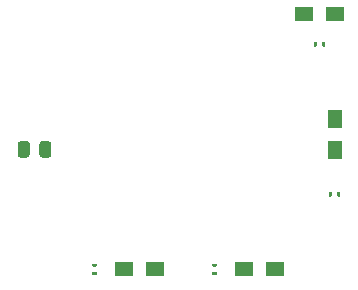
<source format=gbr>
%TF.GenerationSoftware,KiCad,Pcbnew,5.1.10*%
%TF.CreationDate,2022-04-07T11:00:07+02:00*%
%TF.ProjectId,breakoutPcb,62726561-6b6f-4757-9450-63622e6b6963,rev?*%
%TF.SameCoordinates,Original*%
%TF.FileFunction,Paste,Bot*%
%TF.FilePolarity,Positive*%
%FSLAX46Y46*%
G04 Gerber Fmt 4.6, Leading zero omitted, Abs format (unit mm)*
G04 Created by KiCad (PCBNEW 5.1.10) date 2022-04-07 11:00:07*
%MOMM*%
%LPD*%
G01*
G04 APERTURE LIST*
%ADD10R,1.550000X1.300000*%
%ADD11R,1.300000X1.550000*%
G04 APERTURE END LIST*
D10*
%TO.C,L4*%
X88905000Y-67310000D03*
X86355000Y-67310000D03*
%TD*%
D11*
%TO.C,L3*%
X88900000Y-76195000D03*
X88900000Y-78745000D03*
%TD*%
D10*
%TO.C,L2*%
X83825000Y-88900000D03*
X81275000Y-88900000D03*
%TD*%
%TO.C,L1*%
X73665000Y-88900000D03*
X71115000Y-88900000D03*
%TD*%
%TO.C,JP2*%
G36*
G01*
X63100000Y-78289998D02*
X63100000Y-79190002D01*
G75*
G02*
X62850002Y-79440000I-249998J0D01*
G01*
X62324998Y-79440000D01*
G75*
G02*
X62075000Y-79190002I0J249998D01*
G01*
X62075000Y-78289998D01*
G75*
G02*
X62324998Y-78040000I249998J0D01*
G01*
X62850002Y-78040000D01*
G75*
G02*
X63100000Y-78289998I0J-249998D01*
G01*
G37*
G36*
G01*
X64925000Y-78289998D02*
X64925000Y-79190002D01*
G75*
G02*
X64675002Y-79440000I-249998J0D01*
G01*
X64149998Y-79440000D01*
G75*
G02*
X63900000Y-79190002I0J249998D01*
G01*
X63900000Y-78289998D01*
G75*
G02*
X64149998Y-78040000I249998J0D01*
G01*
X64675002Y-78040000D01*
G75*
G02*
X64925000Y-78289998I0J-249998D01*
G01*
G37*
%TD*%
%TO.C,C4*%
G36*
G01*
X88714000Y-82449500D02*
X88714000Y-82650500D01*
G75*
G02*
X88634500Y-82730000I-79500J0D01*
G01*
X88475500Y-82730000D01*
G75*
G02*
X88396000Y-82650500I0J79500D01*
G01*
X88396000Y-82449500D01*
G75*
G02*
X88475500Y-82370000I79500J0D01*
G01*
X88634500Y-82370000D01*
G75*
G02*
X88714000Y-82449500I0J-79500D01*
G01*
G37*
G36*
G01*
X89404000Y-82449500D02*
X89404000Y-82650500D01*
G75*
G02*
X89324500Y-82730000I-79500J0D01*
G01*
X89165500Y-82730000D01*
G75*
G02*
X89086000Y-82650500I0J79500D01*
G01*
X89086000Y-82449500D01*
G75*
G02*
X89165500Y-82370000I79500J0D01*
G01*
X89324500Y-82370000D01*
G75*
G02*
X89404000Y-82449500I0J-79500D01*
G01*
G37*
%TD*%
%TO.C,C3*%
G36*
G01*
X87444000Y-69749500D02*
X87444000Y-69950500D01*
G75*
G02*
X87364500Y-70030000I-79500J0D01*
G01*
X87205500Y-70030000D01*
G75*
G02*
X87126000Y-69950500I0J79500D01*
G01*
X87126000Y-69749500D01*
G75*
G02*
X87205500Y-69670000I79500J0D01*
G01*
X87364500Y-69670000D01*
G75*
G02*
X87444000Y-69749500I0J-79500D01*
G01*
G37*
G36*
G01*
X88134000Y-69749500D02*
X88134000Y-69950500D01*
G75*
G02*
X88054500Y-70030000I-79500J0D01*
G01*
X87895500Y-70030000D01*
G75*
G02*
X87816000Y-69950500I0J79500D01*
G01*
X87816000Y-69749500D01*
G75*
G02*
X87895500Y-69670000I79500J0D01*
G01*
X88054500Y-69670000D01*
G75*
G02*
X88134000Y-69749500I0J-79500D01*
G01*
G37*
%TD*%
%TO.C,C2*%
G36*
G01*
X68680500Y-88714000D02*
X68479500Y-88714000D01*
G75*
G02*
X68400000Y-88634500I0J79500D01*
G01*
X68400000Y-88475500D01*
G75*
G02*
X68479500Y-88396000I79500J0D01*
G01*
X68680500Y-88396000D01*
G75*
G02*
X68760000Y-88475500I0J-79500D01*
G01*
X68760000Y-88634500D01*
G75*
G02*
X68680500Y-88714000I-79500J0D01*
G01*
G37*
G36*
G01*
X68680500Y-89404000D02*
X68479500Y-89404000D01*
G75*
G02*
X68400000Y-89324500I0J79500D01*
G01*
X68400000Y-89165500D01*
G75*
G02*
X68479500Y-89086000I79500J0D01*
G01*
X68680500Y-89086000D01*
G75*
G02*
X68760000Y-89165500I0J-79500D01*
G01*
X68760000Y-89324500D01*
G75*
G02*
X68680500Y-89404000I-79500J0D01*
G01*
G37*
%TD*%
%TO.C,C1*%
G36*
G01*
X78840500Y-88714000D02*
X78639500Y-88714000D01*
G75*
G02*
X78560000Y-88634500I0J79500D01*
G01*
X78560000Y-88475500D01*
G75*
G02*
X78639500Y-88396000I79500J0D01*
G01*
X78840500Y-88396000D01*
G75*
G02*
X78920000Y-88475500I0J-79500D01*
G01*
X78920000Y-88634500D01*
G75*
G02*
X78840500Y-88714000I-79500J0D01*
G01*
G37*
G36*
G01*
X78840500Y-89404000D02*
X78639500Y-89404000D01*
G75*
G02*
X78560000Y-89324500I0J79500D01*
G01*
X78560000Y-89165500D01*
G75*
G02*
X78639500Y-89086000I79500J0D01*
G01*
X78840500Y-89086000D01*
G75*
G02*
X78920000Y-89165500I0J-79500D01*
G01*
X78920000Y-89324500D01*
G75*
G02*
X78840500Y-89404000I-79500J0D01*
G01*
G37*
%TD*%
M02*

</source>
